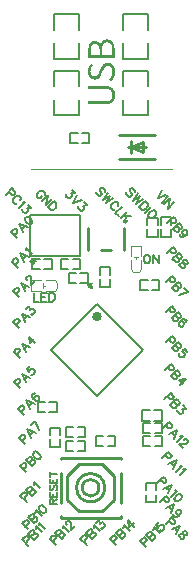
<source format=gto>
G04 Layer: TopSilkLayer*
G04 EasyEDA v6.3.22, 2020-03-24T16:05:03+09:00*
G04 334177c2c5fb4733a61f24cf9fce308a,67344a67363949849f01d11c0c7cf016,10*
G04 Gerber Generator version 0.2*
G04 Scale: 100 percent, Rotated: No, Reflected: No *
G04 Dimensions in inches *
G04 leading zeros omitted , absolute positions ,2 integer and 4 decimal *
%FSLAX24Y24*%
%MOIN*%
G90*
G70D02*

%ADD10C,0.002000*%
%ADD12C,0.006000*%
%ADD13C,0.010000*%
%ADD31C,0.007874*%
%ADD32C,0.003937*%
%ADD33C,0.007870*%
%ADD34C,0.008000*%
%ADD35C,0.011811*%
%ADD36C,0.015748*%
%ADD37C,0.005000*%

%LPD*%
G54D10*
G01X1150Y13110D02*
G01X5850Y13110D01*
G54D13*
G01X2146Y3493D02*
G01X4153Y3493D01*
G01X4153Y1486D02*
G01X2146Y1486D01*
G01X2146Y3493D02*
G01X2146Y3447D01*
G01X2146Y2989D02*
G01X2146Y1990D01*
G01X2146Y1532D02*
G01X2146Y1486D01*
G01X4153Y3493D02*
G01X4153Y3447D01*
G01X4153Y2989D02*
G01X4153Y1990D01*
G01X4153Y1532D02*
G01X4153Y1486D01*
G01X2756Y3277D02*
G01X3543Y3277D01*
G01X3543Y3277D01*
G01X3937Y2883D01*
G01X3937Y2096D01*
G01X3543Y1702D01*
G01X2756Y1702D01*
G01X2362Y2096D01*
G01X2362Y2883D01*
G01X2362Y2883D01*
G01X2756Y3277D01*
G54D31*
G01X4891Y7069D02*
G01X3359Y5538D01*
G01X1828Y7069D01*
G01X3359Y8601D01*
G01X4891Y7069D01*
G54D12*
G01X3720Y3880D02*
G01X3970Y3880D01*
G01X3970Y4219D01*
G01X3759Y4219D01*
G01X3720Y4219D01*
G01X3570Y4219D02*
G01X3330Y4219D01*
G01X3330Y3880D01*
G01X3540Y3880D01*
G01X3570Y3880D01*
G01X2570Y4509D02*
G01X2320Y4509D01*
G01X2320Y4169D01*
G01X2530Y4169D01*
G01X2570Y4169D01*
G01X2720Y4169D02*
G01X2959Y4169D01*
G01X2959Y4509D01*
G01X2750Y4509D01*
G01X2720Y4509D01*
G01X2570Y4050D02*
G01X2320Y4050D01*
G01X2320Y3709D01*
G01X2530Y3709D01*
G01X2570Y3709D01*
G01X2720Y3709D02*
G01X2959Y3709D01*
G01X2959Y4050D01*
G01X2750Y4050D01*
G01X2720Y4050D01*
G01X1800Y4100D02*
G01X1800Y3850D01*
G01X2140Y3850D01*
G01X2140Y4059D01*
G01X2140Y4100D01*
G01X2140Y4250D02*
G01X2140Y4490D01*
G01X1800Y4490D01*
G01X1800Y4280D01*
G01X1800Y4250D01*
G01X5820Y11253D02*
G01X5820Y11503D01*
G01X5480Y11503D01*
G01X5480Y11292D01*
G01X5480Y11253D01*
G01X5480Y11103D02*
G01X5480Y10863D01*
G01X5820Y10863D01*
G01X5820Y11073D01*
G01X5820Y11103D01*
G01X2803Y9319D02*
G01X3053Y9319D01*
G01X3053Y9659D01*
G01X2843Y9659D01*
G01X2803Y9659D01*
G01X2653Y9659D02*
G01X2413Y9659D01*
G01X2413Y9319D01*
G01X2623Y9319D01*
G01X2653Y9319D01*
G54D32*
G01X4482Y10228D02*
G01X4482Y10563D01*
G01X4837Y10228D02*
G01X4837Y10563D01*
G01X4482Y10071D02*
G01X4482Y9775D01*
G01X4837Y10071D02*
G01X4837Y9775D01*
G01X4482Y10563D02*
G01X4837Y10563D01*
G01X4561Y9697D02*
G01X4758Y9697D01*
G01X4482Y9775D02*
G01X4482Y9775D01*
G01X4561Y9697D01*
G01X4837Y9775D02*
G01X4758Y9697D01*
G01X4581Y10185D02*
G01X4738Y10185D01*
G01X4659Y10185D02*
G01X4659Y10112D01*
G01X1511Y9052D02*
G01X1176Y9052D01*
G01X1511Y9407D02*
G01X1176Y9407D01*
G01X1668Y9052D02*
G01X1964Y9052D01*
G01X1668Y9407D02*
G01X1964Y9407D01*
G01X1176Y9052D02*
G01X1176Y9407D01*
G01X2042Y9131D02*
G01X2042Y9328D01*
G01X1964Y9052D02*
G01X1964Y9052D01*
G01X2042Y9131D01*
G01X1964Y9407D02*
G01X2042Y9328D01*
G01X1554Y9151D02*
G01X1554Y9308D01*
G01X1554Y9229D02*
G01X1627Y9229D01*
G54D12*
G01X1457Y10119D02*
G01X1207Y10119D01*
G01X1207Y9780D01*
G01X1417Y9780D01*
G01X1457Y9780D01*
G01X1607Y9780D02*
G01X1847Y9780D01*
G01X1847Y10119D01*
G01X1636Y10119D01*
G01X1607Y10119D01*
G01X2553Y9780D02*
G01X2803Y9780D01*
G01X2803Y10119D01*
G01X2593Y10119D01*
G01X2553Y10119D01*
G01X2403Y10119D02*
G01X2163Y10119D01*
G01X2163Y9780D01*
G01X2373Y9780D01*
G01X2403Y9780D01*
G01X5050Y9430D02*
G01X4800Y9430D01*
G01X4800Y9090D01*
G01X5009Y9090D01*
G01X5050Y9090D01*
G01X5200Y9090D02*
G01X5440Y9090D01*
G01X5440Y9430D01*
G01X5230Y9430D01*
G01X5200Y9430D01*
G54D13*
G01X3049Y10425D02*
G01X3049Y11134D01*
G01X3817Y10425D02*
G01X3502Y10425D01*
G01X4270Y10425D02*
G01X4270Y11134D01*
G54D33*
G01X5057Y15868D02*
G01X5057Y16388D01*
G01X4242Y16388D01*
G01X4242Y15868D01*
G01X5057Y15422D02*
G01X5057Y14903D01*
G01X4242Y14903D01*
G01X4242Y15422D01*
G01X2757Y17758D02*
G01X2757Y18278D01*
G01X1942Y18278D01*
G01X1942Y17758D01*
G01X2757Y17312D02*
G01X2757Y16792D01*
G01X1942Y16792D01*
G01X1942Y17312D01*
G01X5057Y17758D02*
G01X5057Y18278D01*
G01X4242Y18278D01*
G01X4242Y17758D01*
G01X5057Y17312D02*
G01X5057Y16792D01*
G01X4242Y16792D01*
G01X4242Y17312D01*
G01X2757Y15868D02*
G01X2757Y16388D01*
G01X1942Y16388D01*
G01X1942Y15868D01*
G01X2757Y15422D02*
G01X2757Y14903D01*
G01X1942Y14903D01*
G01X1942Y15422D01*
G54D12*
G01X1776Y5009D02*
G01X2026Y5009D01*
G01X2026Y5350D01*
G01X1816Y5350D01*
G01X1776Y5350D01*
G01X1626Y5350D02*
G01X1386Y5350D01*
G01X1386Y5009D01*
G01X1596Y5009D01*
G01X1626Y5009D01*
G54D13*
G01X4500Y13850D02*
G01X4900Y14009D01*
G01X4900Y14009D02*
G01X4900Y13690D01*
G01X4900Y13690D02*
G01X4500Y13850D01*
G01X4109Y14243D02*
G01X5290Y14243D01*
G01X4109Y13456D02*
G01X5290Y13456D01*
G01X4500Y14050D02*
G01X4500Y13650D01*
G01X4400Y13850D02*
G01X5000Y13850D01*
G54D12*
G01X2714Y14319D02*
G01X2464Y14319D01*
G01X2464Y13980D01*
G01X2674Y13980D01*
G01X2714Y13980D01*
G01X2864Y13980D02*
G01X3104Y13980D01*
G01X3104Y14319D01*
G01X2894Y14319D01*
G01X2864Y14319D01*
G54D34*
G01X1143Y10230D02*
G01X2796Y10230D01*
G01X2796Y11569D01*
G01X1143Y11569D01*
G01X1143Y10230D01*
G54D12*
G01X5126Y5069D02*
G01X4876Y5069D01*
G01X4876Y4730D01*
G01X5086Y4730D01*
G01X5126Y4730D01*
G01X5276Y4730D02*
G01X5517Y4730D01*
G01X5517Y5069D01*
G01X5307Y5069D01*
G01X5276Y5069D01*
G01X4980Y2259D02*
G01X4980Y2009D01*
G01X5320Y2009D01*
G01X5320Y2219D01*
G01X5320Y2259D01*
G01X5320Y2409D02*
G01X5320Y2650D01*
G01X4980Y2650D01*
G01X4980Y2440D01*
G01X4980Y2409D01*
G01X5130Y4640D02*
G01X4880Y4640D01*
G01X4880Y4300D01*
G01X5090Y4300D01*
G01X5130Y4300D01*
G01X5280Y4300D02*
G01X5520Y4300D01*
G01X5520Y4640D01*
G01X5309Y4640D01*
G01X5280Y4640D01*
G01X5130Y4209D02*
G01X4880Y4209D01*
G01X4880Y3869D01*
G01X5090Y3869D01*
G01X5130Y3869D01*
G01X5280Y3869D02*
G01X5520Y3869D01*
G01X5520Y4209D01*
G01X5309Y4209D01*
G01X5280Y4209D01*
G01X5040Y11107D02*
G01X5040Y10857D01*
G01X5380Y10857D01*
G01X5380Y11067D01*
G01X5380Y11107D01*
G01X5380Y11257D02*
G01X5380Y11496D01*
G01X5040Y11496D01*
G01X5040Y11286D01*
G01X5040Y11257D01*
G01X3450Y9446D02*
G01X3450Y9196D01*
G01X3790Y9196D01*
G01X3790Y9407D01*
G01X3790Y9446D01*
G01X3790Y9596D02*
G01X3790Y9836D01*
G01X3450Y9836D01*
G01X3450Y9626D01*
G01X3450Y9596D01*
G01X875Y764D02*
G01X1078Y561D01*
G01X875Y764D02*
G01X962Y851D01*
G01X1001Y870D01*
G01X1020Y869D01*
G01X1049Y860D01*
G01X1078Y831D01*
G01X1087Y802D01*
G01X1088Y783D01*
G01X1068Y745D01*
G01X981Y658D01*
G01X1074Y962D02*
G01X1277Y760D01*
G01X1074Y962D02*
G01X1161Y1049D01*
G01X1200Y1069D01*
G01X1219Y1068D01*
G01X1248Y1059D01*
G01X1267Y1040D01*
G01X1276Y1011D01*
G01X1277Y991D01*
G01X1258Y953D01*
G01X1171Y866D02*
G01X1258Y953D01*
G01X1296Y972D01*
G01X1315Y972D01*
G01X1344Y962D01*
G01X1373Y933D01*
G01X1382Y904D01*
G01X1383Y885D01*
G01X1364Y846D01*
G01X1277Y760D01*
G01X1312Y1122D02*
G01X1321Y1151D01*
G01X1321Y1209D01*
G01X1524Y1006D01*
G01X1423Y1234D02*
G01X1432Y1263D01*
G01X1432Y1321D01*
G01X1635Y1118D01*

%LPD*%
G36*
G01X3718Y17434D02*
G01X3693Y17434D01*
G01X3663Y17433D01*
G01X3636Y17428D01*
G01X3612Y17421D01*
G01X3589Y17411D01*
G01X3568Y17398D01*
G01X3550Y17384D01*
G01X3533Y17366D01*
G01X3519Y17347D01*
G01X3506Y17326D01*
G01X3496Y17303D01*
G01X3488Y17278D01*
G01X3482Y17252D01*
G01X3476Y17252D01*
G01X3469Y17272D01*
G01X3459Y17290D01*
G01X3448Y17307D01*
G01X3434Y17323D01*
G01X3420Y17336D01*
G01X3404Y17348D01*
G01X3386Y17359D01*
G01X3368Y17367D01*
G01X3349Y17374D01*
G01X3328Y17379D01*
G01X3307Y17382D01*
G01X3263Y17382D01*
G01X3243Y17379D01*
G01X3223Y17375D01*
G01X3205Y17369D01*
G01X3188Y17361D01*
G01X3172Y17352D01*
G01X3158Y17341D01*
G01X3132Y17315D01*
G01X3122Y17300D01*
G01X3112Y17283D01*
G01X3103Y17265D01*
G01X3096Y17246D01*
G01X3089Y17226D01*
G01X3084Y17205D01*
G01X3079Y17182D01*
G01X3076Y17159D01*
G01X3073Y17134D01*
G01X3072Y17109D01*
G01X3072Y16828D01*
G01X3950Y16828D01*
G01X3950Y17102D01*
G01X3949Y17130D01*
G01X3947Y17159D01*
G01X3944Y17186D01*
G01X3939Y17212D01*
G01X3934Y17237D01*
G01X3918Y17283D01*
G01X3909Y17304D01*
G01X3898Y17323D01*
G01X3886Y17342D01*
G01X3872Y17359D01*
G01X3857Y17374D01*
G01X3841Y17388D01*
G01X3824Y17400D01*
G01X3805Y17410D01*
G01X3785Y17419D01*
G01X3764Y17426D01*
G01X3742Y17430D01*
G01X3718Y17434D01*
G37*

%LPC*%
G36*
G01X3320Y17283D02*
G01X3298Y17284D01*
G01X3272Y17283D01*
G01X3249Y17278D01*
G01X3229Y17271D01*
G01X3211Y17260D01*
G01X3196Y17247D01*
G01X3184Y17230D01*
G01X3173Y17211D01*
G01X3165Y17188D01*
G01X3158Y17163D01*
G01X3154Y17134D01*
G01X3151Y17103D01*
G01X3151Y16928D01*
G01X3448Y16928D01*
G01X3448Y17063D01*
G01X3446Y17100D01*
G01X3443Y17134D01*
G01X3437Y17164D01*
G01X3429Y17190D01*
G01X3419Y17213D01*
G01X3407Y17233D01*
G01X3394Y17249D01*
G01X3378Y17262D01*
G01X3360Y17272D01*
G01X3341Y17279D01*
G01X3320Y17283D01*
G37*
G36*
G01X3712Y17336D02*
G01X3690Y17338D01*
G01X3669Y17336D01*
G01X3650Y17333D01*
G01X3632Y17328D01*
G01X3616Y17321D01*
G01X3601Y17311D01*
G01X3588Y17300D01*
G01X3576Y17287D01*
G01X3565Y17272D01*
G01X3555Y17255D01*
G01X3547Y17236D01*
G01X3540Y17215D01*
G01X3534Y17193D01*
G01X3530Y17169D01*
G01X3527Y17143D01*
G01X3525Y17115D01*
G01X3525Y16928D01*
G01X3871Y16928D01*
G01X3871Y17086D01*
G01X3870Y17115D01*
G01X3868Y17142D01*
G01X3865Y17167D01*
G01X3860Y17192D01*
G01X3853Y17214D01*
G01X3846Y17234D01*
G01X3837Y17253D01*
G01X3826Y17271D01*
G01X3815Y17286D01*
G01X3801Y17299D01*
G01X3786Y17311D01*
G01X3770Y17320D01*
G01X3752Y17328D01*
G01X3733Y17333D01*
G01X3712Y17336D01*
G37*

%LPD*%
G36*
G01X3740Y16653D02*
G01X3720Y16653D01*
G01X3688Y16652D01*
G01X3660Y16647D01*
G01X3634Y16639D01*
G01X3610Y16628D01*
G01X3589Y16615D01*
G01X3569Y16600D01*
G01X3552Y16582D01*
G01X3536Y16563D01*
G01X3521Y16542D01*
G01X3507Y16519D01*
G01X3495Y16495D01*
G01X3484Y16471D01*
G01X3430Y16344D01*
G01X3419Y16318D01*
G01X3407Y16292D01*
G01X3393Y16268D01*
G01X3377Y16245D01*
G01X3358Y16226D01*
G01X3335Y16211D01*
G01X3309Y16201D01*
G01X3278Y16198D01*
G01X3257Y16199D01*
G01X3239Y16203D01*
G01X3222Y16210D01*
G01X3206Y16219D01*
G01X3192Y16230D01*
G01X3179Y16244D01*
G01X3169Y16260D01*
G01X3160Y16278D01*
G01X3153Y16298D01*
G01X3148Y16319D01*
G01X3145Y16343D01*
G01X3144Y16367D01*
G01X3145Y16398D01*
G01X3149Y16427D01*
G01X3156Y16455D01*
G01X3166Y16480D01*
G01X3178Y16505D01*
G01X3193Y16528D01*
G01X3209Y16550D01*
G01X3228Y16571D01*
G01X3163Y16623D01*
G01X3148Y16608D01*
G01X3133Y16591D01*
G01X3120Y16573D01*
G01X3107Y16554D01*
G01X3096Y16534D01*
G01X3086Y16513D01*
G01X3077Y16491D01*
G01X3069Y16468D01*
G01X3063Y16444D01*
G01X3059Y16419D01*
G01X3057Y16394D01*
G01X3055Y16367D01*
G01X3057Y16339D01*
G01X3060Y16311D01*
G01X3065Y16284D01*
G01X3073Y16259D01*
G01X3082Y16236D01*
G01X3093Y16213D01*
G01X3106Y16192D01*
G01X3120Y16173D01*
G01X3136Y16156D01*
G01X3153Y16141D01*
G01X3173Y16128D01*
G01X3193Y16117D01*
G01X3214Y16108D01*
G01X3236Y16102D01*
G01X3260Y16098D01*
G01X3284Y16096D01*
G01X3315Y16098D01*
G01X3344Y16104D01*
G01X3369Y16113D01*
G01X3392Y16125D01*
G01X3413Y16139D01*
G01X3432Y16155D01*
G01X3448Y16173D01*
G01X3463Y16193D01*
G01X3476Y16213D01*
G01X3488Y16234D01*
G01X3499Y16255D01*
G01X3507Y16276D01*
G01X3565Y16403D01*
G01X3583Y16443D01*
G01X3592Y16461D01*
G01X3602Y16479D01*
G01X3612Y16495D01*
G01X3624Y16509D01*
G01X3636Y16521D01*
G01X3651Y16532D01*
G01X3666Y16541D01*
G01X3684Y16547D01*
G01X3704Y16551D01*
G01X3726Y16553D01*
G01X3748Y16551D01*
G01X3769Y16546D01*
G01X3788Y16539D01*
G01X3806Y16529D01*
G01X3822Y16516D01*
G01X3836Y16501D01*
G01X3848Y16483D01*
G01X3858Y16463D01*
G01X3867Y16440D01*
G01X3873Y16415D01*
G01X3876Y16388D01*
G01X3878Y16359D01*
G01X3877Y16336D01*
G01X3874Y16313D01*
G01X3870Y16290D01*
G01X3864Y16268D01*
G01X3856Y16246D01*
G01X3847Y16225D01*
G01X3837Y16204D01*
G01X3825Y16184D01*
G01X3812Y16165D01*
G01X3798Y16147D01*
G01X3766Y16113D01*
G01X3834Y16053D01*
G01X3849Y16068D01*
G01X3863Y16083D01*
G01X3889Y16115D01*
G01X3900Y16132D01*
G01X3911Y16150D01*
G01X3921Y16168D01*
G01X3930Y16187D01*
G01X3938Y16207D01*
G01X3945Y16226D01*
G01X3951Y16247D01*
G01X3956Y16268D01*
G01X3960Y16290D01*
G01X3963Y16312D01*
G01X3965Y16334D01*
G01X3966Y16357D01*
G01X3965Y16384D01*
G01X3962Y16410D01*
G01X3959Y16435D01*
G01X3953Y16458D01*
G01X3947Y16480D01*
G01X3938Y16502D01*
G01X3929Y16522D01*
G01X3919Y16540D01*
G01X3907Y16558D01*
G01X3894Y16574D01*
G01X3866Y16602D01*
G01X3834Y16624D01*
G01X3816Y16633D01*
G01X3798Y16640D01*
G01X3779Y16646D01*
G01X3760Y16650D01*
G01X3740Y16653D01*
G37*

%LPD*%
G36*
G01X3594Y15890D02*
G01X3072Y15890D01*
G01X3072Y15796D01*
G01X3595Y15796D01*
G01X3626Y15795D01*
G01X3655Y15793D01*
G01X3682Y15789D01*
G01X3707Y15784D01*
G01X3730Y15778D01*
G01X3751Y15771D01*
G01X3770Y15763D01*
G01X3788Y15753D01*
G01X3803Y15743D01*
G01X3817Y15732D01*
G01X3829Y15719D01*
G01X3840Y15707D01*
G01X3849Y15693D01*
G01X3857Y15678D01*
G01X3864Y15663D01*
G01X3869Y15647D01*
G01X3873Y15631D01*
G01X3876Y15614D01*
G01X3878Y15580D01*
G01X3877Y15558D01*
G01X3874Y15537D01*
G01X3870Y15517D01*
G01X3864Y15497D01*
G01X3855Y15478D01*
G01X3845Y15461D01*
G01X3832Y15445D01*
G01X3817Y15430D01*
G01X3799Y15416D01*
G01X3779Y15404D01*
G01X3756Y15393D01*
G01X3730Y15384D01*
G01X3701Y15377D01*
G01X3669Y15372D01*
G01X3633Y15369D01*
G01X3595Y15367D01*
G01X3072Y15367D01*
G01X3072Y15269D01*
G01X3628Y15269D01*
G01X3659Y15271D01*
G01X3690Y15275D01*
G01X3718Y15280D01*
G01X3745Y15286D01*
G01X3769Y15293D01*
G01X3793Y15301D01*
G01X3814Y15311D01*
G01X3834Y15321D01*
G01X3852Y15333D01*
G01X3869Y15346D01*
G01X3884Y15359D01*
G01X3898Y15373D01*
G01X3910Y15389D01*
G01X3921Y15405D01*
G01X3931Y15422D01*
G01X3940Y15440D01*
G01X3947Y15458D01*
G01X3953Y15477D01*
G01X3957Y15496D01*
G01X3961Y15517D01*
G01X3963Y15537D01*
G01X3965Y15558D01*
G01X3966Y15580D01*
G01X3965Y15601D01*
G01X3963Y15622D01*
G01X3961Y15642D01*
G01X3953Y15682D01*
G01X3947Y15701D01*
G01X3940Y15719D01*
G01X3931Y15736D01*
G01X3921Y15753D01*
G01X3910Y15769D01*
G01X3898Y15784D01*
G01X3884Y15799D01*
G01X3869Y15813D01*
G01X3852Y15825D01*
G01X3834Y15837D01*
G01X3814Y15847D01*
G01X3793Y15857D01*
G01X3745Y15873D01*
G01X3718Y15878D01*
G01X3690Y15883D01*
G01X3659Y15887D01*
G01X3628Y15889D01*
G01X3594Y15890D01*
G37*

%LPD*%
G01X494Y11016D02*
G01X697Y10813D01*
G01X494Y11016D02*
G01X580Y11102D01*
G01X619Y11121D01*
G01X639Y11121D01*
G01X668Y11112D01*
G01X697Y11083D01*
G01X706Y11054D01*
G01X706Y11034D01*
G01X686Y10996D01*
G01X600Y10910D01*
G01X770Y11291D02*
G01X895Y11011D01*
G01X770Y11291D02*
G01X1050Y11166D01*
G01X857Y11108D02*
G01X953Y11204D01*
G01X968Y11490D02*
G01X949Y11451D01*
G01X958Y11402D01*
G01X997Y11345D01*
G01X1026Y11316D01*
G01X1084Y11277D01*
G01X1132Y11268D01*
G01X1171Y11287D01*
G01X1190Y11306D01*
G01X1209Y11345D01*
G01X1200Y11393D01*
G01X1161Y11451D01*
G01X1132Y11480D01*
G01X1074Y11518D01*
G01X1026Y11528D01*
G01X987Y11509D01*
G01X968Y11490D01*
G01X524Y10025D02*
G01X727Y9822D01*
G01X524Y10025D02*
G01X611Y10112D01*
G01X649Y10131D01*
G01X668Y10131D01*
G01X698Y10121D01*
G01X727Y10092D01*
G01X736Y10063D01*
G01X736Y10044D01*
G01X717Y10006D01*
G01X630Y9919D01*
G01X799Y10301D02*
G01X925Y10021D01*
G01X799Y10301D02*
G01X1079Y10175D01*
G01X886Y10118D02*
G01X983Y10214D01*
G01X979Y10403D02*
G01X988Y10432D01*
G01X988Y10490D01*
G01X1191Y10287D01*
G01X549Y9037D02*
G01X752Y8834D01*
G01X549Y9037D02*
G01X636Y9124D01*
G01X675Y9143D01*
G01X694Y9142D01*
G01X723Y9133D01*
G01X752Y9104D01*
G01X762Y9075D01*
G01X762Y9056D01*
G01X743Y9018D01*
G01X656Y8931D01*
G01X825Y9313D02*
G01X951Y9033D01*
G01X825Y9313D02*
G01X1105Y9187D01*
G01X912Y9129D02*
G01X1008Y9226D01*
G01X1025Y9414D02*
G01X1015Y9424D01*
G01X1005Y9453D01*
G01X1005Y9472D01*
G01X1014Y9501D01*
G01X1053Y9540D01*
G01X1082Y9550D01*
G01X1102Y9550D01*
G01X1130Y9540D01*
G01X1149Y9521D01*
G01X1159Y9492D01*
G01X1168Y9443D01*
G01X1169Y9250D01*
G01X1304Y9385D01*
G01X569Y8018D02*
G01X772Y7816D01*
G01X569Y8018D02*
G01X656Y8105D01*
G01X695Y8125D01*
G01X714Y8124D01*
G01X743Y8115D01*
G01X772Y8086D01*
G01X781Y8057D01*
G01X782Y8038D01*
G01X763Y7999D01*
G01X676Y7912D01*
G01X845Y8294D02*
G01X970Y8014D01*
G01X845Y8294D02*
G01X1125Y8168D01*
G01X932Y8110D02*
G01X1028Y8207D01*
G01X1005Y8453D02*
G01X1111Y8559D01*
G01X1131Y8425D01*
G01X1160Y8454D01*
G01X1188Y8464D01*
G01X1207Y8463D01*
G01X1246Y8444D01*
G01X1265Y8425D01*
G01X1284Y8386D01*
G01X1284Y8348D01*
G01X1265Y8309D01*
G01X1236Y8280D01*
G01X1197Y8261D01*
G01X1179Y8261D01*
G01X1150Y8270D01*
G01X580Y7017D02*
G01X782Y6814D01*
G01X580Y7017D02*
G01X666Y7104D01*
G01X705Y7123D01*
G01X724Y7122D01*
G01X753Y7113D01*
G01X782Y7084D01*
G01X792Y7055D01*
G01X792Y7036D01*
G01X773Y6998D01*
G01X686Y6911D01*
G01X855Y7293D02*
G01X981Y7013D01*
G01X855Y7293D02*
G01X1135Y7167D01*
G01X942Y7109D02*
G01X1038Y7206D01*
G01X1092Y7530D02*
G01X1131Y7298D01*
G01X1276Y7443D01*
G01X1092Y7530D02*
G01X1295Y7327D01*
G01X580Y6007D02*
G01X782Y5804D01*
G01X580Y6007D02*
G01X666Y6094D01*
G01X705Y6113D01*
G01X724Y6112D01*
G01X753Y6103D01*
G01X782Y6074D01*
G01X792Y6045D01*
G01X792Y6026D01*
G01X773Y5988D01*
G01X686Y5901D01*
G01X855Y6283D02*
G01X981Y6003D01*
G01X855Y6283D02*
G01X1135Y6157D01*
G01X942Y6100D02*
G01X1038Y6196D01*
G01X1112Y6540D02*
G01X1015Y6443D01*
G01X1093Y6346D01*
G01X1092Y6366D01*
G01X1112Y6404D01*
G01X1141Y6433D01*
G01X1179Y6453D01*
G01X1218Y6452D01*
G01X1257Y6433D01*
G01X1276Y6414D01*
G01X1295Y6375D01*
G01X1295Y6337D01*
G01X1276Y6298D01*
G01X1247Y6269D01*
G01X1208Y6250D01*
G01X1189Y6250D01*
G01X1160Y6259D01*
G01X730Y5127D02*
G01X932Y4924D01*
G01X730Y5127D02*
G01X816Y5214D01*
G01X855Y5233D01*
G01X874Y5232D01*
G01X903Y5223D01*
G01X932Y5194D01*
G01X942Y5165D01*
G01X942Y5146D01*
G01X923Y5108D01*
G01X836Y5021D01*
G01X1005Y5403D02*
G01X1131Y5123D01*
G01X1005Y5403D02*
G01X1285Y5277D01*
G01X1092Y5219D02*
G01X1188Y5316D01*
G01X1291Y5630D02*
G01X1262Y5640D01*
G01X1223Y5620D01*
G01X1204Y5601D01*
G01X1185Y5562D01*
G01X1195Y5514D01*
G01X1233Y5456D01*
G01X1281Y5408D01*
G01X1330Y5379D01*
G01X1368Y5379D01*
G01X1407Y5398D01*
G01X1417Y5408D01*
G01X1435Y5446D01*
G01X1436Y5485D01*
G01X1416Y5524D01*
G01X1406Y5533D01*
G01X1368Y5553D01*
G01X1329Y5553D01*
G01X1291Y5534D01*
G01X1281Y5524D01*
G01X1262Y5485D01*
G01X1262Y5447D01*
G01X1281Y5408D01*
G01X759Y4158D02*
G01X962Y3955D01*
G01X759Y4158D02*
G01X846Y4245D01*
G01X885Y4264D01*
G01X904Y4263D01*
G01X933Y4254D01*
G01X962Y4225D01*
G01X972Y4196D01*
G01X972Y4177D01*
G01X953Y4139D01*
G01X866Y4052D01*
G01X1035Y4434D02*
G01X1161Y4154D01*
G01X1035Y4434D02*
G01X1315Y4308D01*
G01X1122Y4251D02*
G01X1218Y4347D01*
G01X1311Y4709D02*
G01X1418Y4410D01*
G01X1176Y4574D02*
G01X1311Y4709D01*
G01X790Y3206D02*
G01X992Y3003D01*
G01X790Y3206D02*
G01X876Y3293D01*
G01X915Y3312D01*
G01X934Y3311D01*
G01X963Y3302D01*
G01X992Y3273D01*
G01X1002Y3244D01*
G01X1002Y3225D01*
G01X983Y3187D01*
G01X896Y3100D01*
G01X988Y3405D02*
G01X1191Y3202D01*
G01X988Y3405D02*
G01X1075Y3492D01*
G01X1114Y3511D01*
G01X1133Y3510D01*
G01X1162Y3501D01*
G01X1181Y3482D01*
G01X1190Y3453D01*
G01X1191Y3434D01*
G01X1172Y3395D01*
G01X1085Y3308D02*
G01X1172Y3395D01*
G01X1210Y3415D01*
G01X1229Y3414D01*
G01X1258Y3405D01*
G01X1287Y3376D01*
G01X1297Y3347D01*
G01X1297Y3328D01*
G01X1278Y3289D01*
G01X1191Y3202D01*
G01X1245Y3661D02*
G01X1226Y3622D01*
G01X1235Y3574D01*
G01X1274Y3516D01*
G01X1303Y3487D01*
G01X1360Y3448D01*
G01X1409Y3439D01*
G01X1448Y3458D01*
G01X1467Y3477D01*
G01X1486Y3516D01*
G01X1476Y3564D01*
G01X1438Y3622D01*
G01X1409Y3651D01*
G01X1351Y3690D01*
G01X1303Y3700D01*
G01X1264Y3680D01*
G01X1245Y3661D01*
G01X809Y2224D02*
G01X1012Y2022D01*
G01X809Y2224D02*
G01X896Y2311D01*
G01X935Y2331D01*
G01X954Y2330D01*
G01X983Y2321D01*
G01X1012Y2292D01*
G01X1022Y2262D01*
G01X1022Y2244D01*
G01X1003Y2205D01*
G01X916Y2118D01*
G01X1008Y2423D02*
G01X1210Y2220D01*
G01X1008Y2423D02*
G01X1095Y2510D01*
G01X1133Y2529D01*
G01X1152Y2529D01*
G01X1181Y2520D01*
G01X1201Y2500D01*
G01X1210Y2471D01*
G01X1211Y2452D01*
G01X1191Y2414D01*
G01X1104Y2327D02*
G01X1191Y2414D01*
G01X1230Y2433D01*
G01X1249Y2433D01*
G01X1278Y2423D01*
G01X1307Y2394D01*
G01X1317Y2365D01*
G01X1317Y2346D01*
G01X1297Y2307D01*
G01X1210Y2220D01*
G01X1245Y2583D02*
G01X1255Y2612D01*
G01X1255Y2669D01*
G01X1457Y2467D01*
G01X870Y1304D02*
G01X1072Y1101D01*
G01X870Y1304D02*
G01X956Y1390D01*
G01X995Y1410D01*
G01X1014Y1410D01*
G01X1043Y1400D01*
G01X1072Y1371D01*
G01X1081Y1342D01*
G01X1082Y1323D01*
G01X1063Y1284D01*
G01X976Y1197D01*
G01X1068Y1502D02*
G01X1270Y1300D01*
G01X1068Y1502D02*
G01X1155Y1589D01*
G01X1193Y1609D01*
G01X1212Y1608D01*
G01X1241Y1599D01*
G01X1261Y1580D01*
G01X1270Y1550D01*
G01X1270Y1532D01*
G01X1251Y1493D01*
G01X1164Y1406D02*
G01X1251Y1493D01*
G01X1290Y1512D01*
G01X1309Y1512D01*
G01X1338Y1502D01*
G01X1367Y1474D01*
G01X1376Y1444D01*
G01X1376Y1426D01*
G01X1357Y1387D01*
G01X1270Y1300D01*
G01X1305Y1663D02*
G01X1315Y1691D01*
G01X1315Y1749D01*
G01X1517Y1547D01*
G01X1437Y1871D02*
G01X1417Y1832D01*
G01X1427Y1784D01*
G01X1465Y1726D01*
G01X1494Y1697D01*
G01X1552Y1659D01*
G01X1600Y1649D01*
G01X1639Y1668D01*
G01X1658Y1687D01*
G01X1677Y1726D01*
G01X1667Y1774D01*
G01X1629Y1832D01*
G01X1600Y1861D01*
G01X1542Y1900D01*
G01X1494Y1909D01*
G01X1456Y1890D01*
G01X1437Y1871D01*
G01X1779Y784D02*
G01X1982Y581D01*
G01X1779Y784D02*
G01X1866Y870D01*
G01X1905Y890D01*
G01X1924Y890D01*
G01X1953Y880D01*
G01X1982Y851D01*
G01X1992Y822D01*
G01X1992Y803D01*
G01X1973Y764D01*
G01X1886Y677D01*
G01X1978Y982D02*
G01X2180Y780D01*
G01X1978Y982D02*
G01X2065Y1069D01*
G01X2103Y1088D01*
G01X2122Y1088D01*
G01X2152Y1078D01*
G01X2171Y1059D01*
G01X2180Y1030D01*
G01X2180Y1010D01*
G01X2161Y973D01*
G01X2074Y886D02*
G01X2161Y973D01*
G01X2200Y991D01*
G01X2219Y991D01*
G01X2248Y982D01*
G01X2277Y953D01*
G01X2286Y924D01*
G01X2286Y904D01*
G01X2267Y867D01*
G01X2180Y780D01*
G01X2216Y1142D02*
G01X2225Y1171D01*
G01X2225Y1229D01*
G01X2427Y1027D01*
G01X2347Y1254D02*
G01X2337Y1264D01*
G01X2327Y1293D01*
G01X2328Y1312D01*
G01X2337Y1341D01*
G01X2376Y1380D01*
G01X2405Y1389D01*
G01X2424Y1390D01*
G01X2453Y1379D01*
G01X2472Y1360D01*
G01X2482Y1332D01*
G01X2491Y1283D01*
G01X2491Y1090D01*
G01X2626Y1225D01*
G01X2809Y795D02*
G01X3012Y592D01*
G01X2809Y795D02*
G01X2896Y882D01*
G01X2935Y901D01*
G01X2954Y901D01*
G01X2983Y891D01*
G01X3012Y862D01*
G01X3022Y833D01*
G01X3022Y814D01*
G01X3003Y776D01*
G01X2916Y689D01*
G01X3008Y994D02*
G01X3211Y791D01*
G01X3008Y994D02*
G01X3095Y1081D01*
G01X3134Y1100D01*
G01X3153Y1099D01*
G01X3182Y1090D01*
G01X3201Y1071D01*
G01X3211Y1041D01*
G01X3211Y1023D01*
G01X3192Y984D01*
G01X3105Y897D02*
G01X3192Y984D01*
G01X3230Y1004D01*
G01X3249Y1003D01*
G01X3278Y994D01*
G01X3307Y965D01*
G01X3317Y935D01*
G01X3317Y917D01*
G01X3298Y878D01*
G01X3211Y791D01*
G01X3246Y1154D02*
G01X3255Y1183D01*
G01X3255Y1241D01*
G01X3458Y1038D01*
G01X3338Y1323D02*
G01X3444Y1429D01*
G01X3464Y1294D01*
G01X3493Y1323D01*
G01X3522Y1333D01*
G01X3541Y1333D01*
G01X3580Y1314D01*
G01X3599Y1294D01*
G01X3618Y1256D01*
G01X3618Y1217D01*
G01X3599Y1178D01*
G01X3570Y1149D01*
G01X3531Y1130D01*
G01X3512Y1130D01*
G01X3483Y1140D01*
G01X3800Y794D02*
G01X4002Y591D01*
G01X3800Y794D02*
G01X3886Y881D01*
G01X3925Y900D01*
G01X3944Y900D01*
G01X3973Y890D01*
G01X4002Y861D01*
G01X4012Y832D01*
G01X4012Y813D01*
G01X3993Y775D01*
G01X3906Y688D01*
G01X3998Y993D02*
G01X4201Y790D01*
G01X3998Y993D02*
G01X4085Y1080D01*
G01X4123Y1098D01*
G01X4143Y1098D01*
G01X4172Y1089D01*
G01X4191Y1070D01*
G01X4200Y1041D01*
G01X4200Y1021D01*
G01X4182Y983D01*
G01X4095Y896D02*
G01X4182Y983D01*
G01X4220Y1002D01*
G01X4239Y1002D01*
G01X4268Y993D01*
G01X4297Y964D01*
G01X4307Y935D01*
G01X4307Y915D01*
G01X4288Y877D01*
G01X4201Y790D01*
G01X4236Y1153D02*
G01X4245Y1182D01*
G01X4245Y1240D01*
G01X4448Y1037D01*
G01X4405Y1400D02*
G01X4444Y1168D01*
G01X4588Y1313D01*
G01X4405Y1400D02*
G01X4608Y1197D01*
G01X4800Y725D02*
G01X5002Y523D01*
G01X4800Y725D02*
G01X4886Y811D01*
G01X4925Y830D01*
G01X4944Y831D01*
G01X4973Y821D01*
G01X5002Y793D01*
G01X5012Y763D01*
G01X5011Y744D01*
G01X4992Y705D01*
G01X4906Y619D01*
G01X4998Y924D02*
G01X5200Y722D01*
G01X4998Y924D02*
G01X5084Y1010D01*
G01X5123Y1029D01*
G01X5142Y1030D01*
G01X5172Y1020D01*
G01X5191Y1001D01*
G01X5200Y972D01*
G01X5200Y952D01*
G01X5181Y914D01*
G01X5094Y828D02*
G01X5181Y914D01*
G01X5220Y933D01*
G01X5239Y933D01*
G01X5268Y924D01*
G01X5297Y895D01*
G01X5306Y866D01*
G01X5306Y846D01*
G01X5287Y808D01*
G01X5200Y722D01*
G01X5236Y1084D02*
G01X5245Y1113D01*
G01X5245Y1171D01*
G01X5447Y968D01*
G01X5424Y1350D02*
G01X5328Y1253D01*
G01X5405Y1156D01*
G01X5405Y1176D01*
G01X5424Y1215D01*
G01X5453Y1244D01*
G01X5492Y1263D01*
G01X5530Y1263D01*
G01X5569Y1244D01*
G01X5589Y1224D01*
G01X5607Y1186D01*
G01X5608Y1147D01*
G01X5588Y1109D01*
G01X5559Y1080D01*
G01X5521Y1060D01*
G01X5501Y1060D01*
G01X5473Y1070D01*
G01X5852Y1500D02*
G01X5650Y1297D01*
G01X5852Y1500D02*
G01X5939Y1413D01*
G01X5959Y1374D01*
G01X5958Y1355D01*
G01X5949Y1326D01*
G01X5920Y1297D01*
G01X5891Y1287D01*
G01X5872Y1287D01*
G01X5833Y1306D01*
G01X5746Y1393D01*
G01X6128Y1224D02*
G01X5848Y1098D01*
G01X6128Y1224D02*
G01X6002Y944D01*
G01X5945Y1137D02*
G01X6041Y1041D01*
G01X6317Y1035D02*
G01X6278Y1054D01*
G01X6250Y1044D01*
G01X6230Y1024D01*
G01X6220Y996D01*
G01X6231Y967D01*
G01X6259Y919D01*
G01X6278Y880D01*
G01X6278Y842D01*
G01X6269Y813D01*
G01X6240Y784D01*
G01X6211Y775D01*
G01X6192Y774D01*
G01X6153Y793D01*
G01X6114Y832D01*
G01X6095Y871D01*
G01X6096Y890D01*
G01X6105Y919D01*
G01X6134Y948D01*
G01X6163Y957D01*
G01X6201Y957D01*
G01X6240Y938D01*
G01X6288Y910D01*
G01X6317Y899D01*
G01X6345Y909D01*
G01X6365Y929D01*
G01X6375Y957D01*
G01X6356Y996D01*
G01X6317Y1035D01*
G01X5666Y2215D02*
G01X5463Y2012D01*
G01X5666Y2215D02*
G01X5753Y2128D01*
G01X5772Y2090D01*
G01X5771Y2070D01*
G01X5762Y2041D01*
G01X5733Y2012D01*
G01X5704Y2003D01*
G01X5685Y2003D01*
G01X5646Y2022D01*
G01X5559Y2109D01*
G01X5941Y1940D02*
G01X5661Y1814D01*
G01X5941Y1940D02*
G01X5815Y1660D01*
G01X5758Y1853D02*
G01X5854Y1756D01*
G01X6139Y1606D02*
G01X6101Y1586D01*
G01X6062Y1587D01*
G01X6023Y1606D01*
G01X6014Y1615D01*
G01X5995Y1654D01*
G01X5995Y1692D01*
G01X6014Y1731D01*
G01X6024Y1741D01*
G01X6063Y1760D01*
G01X6101Y1760D01*
G01X6140Y1741D01*
G01X6149Y1732D01*
G01X6168Y1693D01*
G01X6169Y1654D01*
G01X6139Y1606D01*
G01X6091Y1558D01*
G01X6034Y1519D01*
G01X5985Y1510D01*
G01X5946Y1529D01*
G01X5927Y1548D01*
G01X5908Y1587D01*
G01X5918Y1615D01*
G01X5572Y2860D02*
G01X5369Y2657D01*
G01X5572Y2860D02*
G01X5659Y2773D01*
G01X5678Y2734D01*
G01X5678Y2715D01*
G01X5669Y2686D01*
G01X5640Y2657D01*
G01X5611Y2647D01*
G01X5592Y2647D01*
G01X5553Y2666D01*
G01X5466Y2753D01*
G01X5848Y2584D02*
G01X5568Y2458D01*
G01X5848Y2584D02*
G01X5722Y2304D01*
G01X5665Y2497D02*
G01X5761Y2401D01*
G01X5950Y2404D02*
G01X5979Y2395D01*
G01X6037Y2395D01*
G01X5834Y2192D01*
G01X6159Y2273D02*
G01X6120Y2292D01*
G01X6072Y2283D01*
G01X6014Y2244D01*
G01X5985Y2215D01*
G01X5946Y2157D01*
G01X5937Y2109D01*
G01X5956Y2070D01*
G01X5975Y2051D01*
G01X6014Y2032D01*
G01X6062Y2042D01*
G01X6120Y2080D01*
G01X6149Y2109D01*
G01X6187Y2167D01*
G01X6197Y2215D01*
G01X6178Y2254D01*
G01X6159Y2273D01*
G01X5742Y3680D02*
G01X5539Y3477D01*
G01X5742Y3680D02*
G01X5829Y3593D01*
G01X5849Y3554D01*
G01X5848Y3535D01*
G01X5839Y3506D01*
G01X5810Y3477D01*
G01X5781Y3467D01*
G01X5762Y3467D01*
G01X5723Y3486D01*
G01X5636Y3573D01*
G01X6018Y3404D02*
G01X5738Y3278D01*
G01X6018Y3404D02*
G01X5892Y3124D01*
G01X5835Y3317D02*
G01X5931Y3221D01*
G01X6120Y3224D02*
G01X6149Y3215D01*
G01X6207Y3215D01*
G01X6004Y3012D01*
G01X6232Y3112D02*
G01X6261Y3103D01*
G01X6319Y3103D01*
G01X6116Y2900D01*
G01X5762Y4680D02*
G01X5559Y4477D01*
G01X5762Y4680D02*
G01X5849Y4593D01*
G01X5869Y4554D01*
G01X5868Y4535D01*
G01X5859Y4506D01*
G01X5830Y4477D01*
G01X5801Y4467D01*
G01X5782Y4467D01*
G01X5743Y4486D01*
G01X5656Y4573D01*
G01X6038Y4404D02*
G01X5758Y4278D01*
G01X6038Y4404D02*
G01X5912Y4124D01*
G01X5855Y4317D02*
G01X5951Y4221D01*
G01X6140Y4224D02*
G01X6169Y4215D01*
G01X6227Y4215D01*
G01X6024Y4012D01*
G01X6252Y4093D02*
G01X6262Y4103D01*
G01X6291Y4112D01*
G01X6310Y4112D01*
G01X6339Y4103D01*
G01X6378Y4064D01*
G01X6387Y4035D01*
G01X6387Y4016D01*
G01X6378Y3987D01*
G01X6359Y3967D01*
G01X6330Y3958D01*
G01X6281Y3948D01*
G01X6088Y3948D01*
G01X6223Y3813D01*
G01X5812Y5650D02*
G01X5609Y5447D01*
G01X5812Y5650D02*
G01X5899Y5563D01*
G01X5918Y5524D01*
G01X5918Y5505D01*
G01X5909Y5476D01*
G01X5880Y5447D01*
G01X5851Y5437D01*
G01X5832Y5437D01*
G01X5793Y5456D01*
G01X5706Y5543D01*
G01X6011Y5451D02*
G01X5808Y5248D01*
G01X6011Y5451D02*
G01X6098Y5364D01*
G01X6116Y5326D01*
G01X6116Y5306D01*
G01X6107Y5277D01*
G01X6088Y5258D01*
G01X6059Y5249D01*
G01X6039Y5249D01*
G01X6001Y5267D01*
G01X5914Y5354D02*
G01X6001Y5267D01*
G01X6020Y5229D01*
G01X6020Y5210D01*
G01X6011Y5181D01*
G01X5982Y5152D01*
G01X5953Y5142D01*
G01X5933Y5142D01*
G01X5895Y5161D01*
G01X5808Y5248D01*
G01X6229Y5233D02*
G01X6335Y5127D01*
G01X6200Y5108D01*
G01X6229Y5079D01*
G01X6238Y5050D01*
G01X6238Y5030D01*
G01X6219Y4991D01*
G01X6200Y4972D01*
G01X6161Y4953D01*
G01X6123Y4953D01*
G01X6084Y4972D01*
G01X6055Y5001D01*
G01X6036Y5040D01*
G01X6036Y5060D01*
G01X6046Y5088D01*
G01X5822Y6619D02*
G01X5620Y6417D01*
G01X5822Y6619D02*
G01X5909Y6533D01*
G01X5928Y6494D01*
G01X5928Y6475D01*
G01X5919Y6446D01*
G01X5890Y6417D01*
G01X5861Y6407D01*
G01X5842Y6407D01*
G01X5803Y6426D01*
G01X5716Y6513D01*
G01X6021Y6421D02*
G01X5818Y6218D01*
G01X6021Y6421D02*
G01X6108Y6334D01*
G01X6127Y6295D01*
G01X6126Y6276D01*
G01X6117Y6247D01*
G01X6098Y6228D01*
G01X6069Y6219D01*
G01X6050Y6218D01*
G01X6011Y6237D01*
G01X5924Y6324D02*
G01X6011Y6237D01*
G01X6031Y6199D01*
G01X6030Y6180D01*
G01X6021Y6151D01*
G01X5992Y6122D01*
G01X5963Y6112D01*
G01X5944Y6112D01*
G01X5905Y6131D01*
G01X5818Y6218D01*
G01X6316Y6126D02*
G01X6085Y6087D01*
G01X6229Y5943D01*
G01X6316Y6126D02*
G01X6113Y5923D01*
G01X5862Y7539D02*
G01X5660Y7337D01*
G01X5862Y7539D02*
G01X5949Y7453D01*
G01X5969Y7414D01*
G01X5968Y7395D01*
G01X5959Y7366D01*
G01X5930Y7337D01*
G01X5901Y7327D01*
G01X5882Y7327D01*
G01X5843Y7346D01*
G01X5756Y7433D01*
G01X6061Y7341D02*
G01X5858Y7138D01*
G01X6061Y7341D02*
G01X6148Y7254D01*
G01X6167Y7215D01*
G01X6167Y7196D01*
G01X6157Y7167D01*
G01X6138Y7148D01*
G01X6109Y7139D01*
G01X6090Y7138D01*
G01X6051Y7157D01*
G01X5964Y7244D02*
G01X6051Y7157D01*
G01X6071Y7119D01*
G01X6070Y7100D01*
G01X6061Y7071D01*
G01X6032Y7042D01*
G01X6003Y7032D01*
G01X5984Y7032D01*
G01X5945Y7051D01*
G01X5858Y7138D01*
G01X6375Y7027D02*
G01X6279Y7123D01*
G01X6182Y7046D01*
G01X6202Y7046D01*
G01X6240Y7026D01*
G01X6269Y6997D01*
G01X6289Y6959D01*
G01X6288Y6920D01*
G01X6269Y6881D01*
G01X6250Y6862D01*
G01X6211Y6843D01*
G01X6173Y6843D01*
G01X6134Y6862D01*
G01X6105Y6891D01*
G01X6086Y6930D01*
G01X6086Y6950D01*
G01X6096Y6978D01*
G01X5852Y8550D02*
G01X5650Y8347D01*
G01X5852Y8550D02*
G01X5939Y8463D01*
G01X5959Y8424D01*
G01X5958Y8405D01*
G01X5949Y8376D01*
G01X5920Y8347D01*
G01X5891Y8337D01*
G01X5872Y8337D01*
G01X5833Y8356D01*
G01X5746Y8443D01*
G01X6051Y8351D02*
G01X5848Y8148D01*
G01X6051Y8351D02*
G01X6138Y8264D01*
G01X6157Y8225D01*
G01X6157Y8206D01*
G01X6147Y8177D01*
G01X6128Y8158D01*
G01X6099Y8149D01*
G01X6080Y8148D01*
G01X6041Y8167D01*
G01X5954Y8254D02*
G01X6041Y8167D01*
G01X6061Y8129D01*
G01X6060Y8110D01*
G01X6051Y8081D01*
G01X6022Y8052D01*
G01X5993Y8043D01*
G01X5974Y8042D01*
G01X5935Y8061D01*
G01X5848Y8148D01*
G01X6336Y8008D02*
G01X6346Y8036D01*
G01X6327Y8075D01*
G01X6308Y8094D01*
G01X6269Y8113D01*
G01X6220Y8104D01*
G01X6163Y8065D01*
G01X6115Y8017D01*
G01X6085Y7969D01*
G01X6086Y7930D01*
G01X6105Y7891D01*
G01X6114Y7882D01*
G01X6153Y7863D01*
G01X6191Y7863D01*
G01X6230Y7882D01*
G01X6240Y7892D01*
G01X6259Y7931D01*
G01X6259Y7969D01*
G01X6240Y8008D01*
G01X6231Y8017D01*
G01X6192Y8036D01*
G01X6153Y8037D01*
G01X6115Y8017D01*
G01X5862Y9550D02*
G01X5659Y9347D01*
G01X5862Y9550D02*
G01X5949Y9463D01*
G01X5969Y9424D01*
G01X5968Y9405D01*
G01X5959Y9376D01*
G01X5930Y9347D01*
G01X5901Y9337D01*
G01X5882Y9337D01*
G01X5843Y9356D01*
G01X5756Y9443D01*
G01X6061Y9351D02*
G01X5858Y9148D01*
G01X6061Y9351D02*
G01X6148Y9264D01*
G01X6167Y9226D01*
G01X6167Y9206D01*
G01X6157Y9177D01*
G01X6138Y9158D01*
G01X6109Y9149D01*
G01X6089Y9149D01*
G01X6051Y9167D01*
G01X5964Y9254D02*
G01X6051Y9167D01*
G01X6070Y9129D01*
G01X6070Y9110D01*
G01X6061Y9081D01*
G01X6032Y9052D01*
G01X6003Y9043D01*
G01X5983Y9043D01*
G01X5945Y9061D01*
G01X5858Y9148D01*
G01X6395Y9017D02*
G01X6095Y8911D01*
G01X6260Y9152D02*
G01X6395Y9017D01*
G01X5882Y10519D02*
G01X5680Y10317D01*
G01X5882Y10519D02*
G01X5969Y10433D01*
G01X5989Y10394D01*
G01X5988Y10375D01*
G01X5979Y10346D01*
G01X5950Y10317D01*
G01X5921Y10307D01*
G01X5902Y10307D01*
G01X5863Y10326D01*
G01X5776Y10413D01*
G01X6081Y10321D02*
G01X5878Y10118D01*
G01X6081Y10321D02*
G01X6168Y10234D01*
G01X6187Y10195D01*
G01X6186Y10176D01*
G01X6177Y10147D01*
G01X6158Y10128D01*
G01X6129Y10119D01*
G01X6110Y10118D01*
G01X6071Y10137D01*
G01X5984Y10224D02*
G01X6071Y10137D01*
G01X6091Y10099D01*
G01X6090Y10080D01*
G01X6081Y10051D01*
G01X6052Y10022D01*
G01X6023Y10013D01*
G01X6004Y10012D01*
G01X5965Y10031D01*
G01X5878Y10118D01*
G01X6328Y10074D02*
G01X6289Y10093D01*
G01X6260Y10084D01*
G01X6240Y10064D01*
G01X6231Y10035D01*
G01X6241Y10007D01*
G01X6270Y9958D01*
G01X6289Y9919D01*
G01X6289Y9881D01*
G01X6280Y9852D01*
G01X6251Y9823D01*
G01X6222Y9814D01*
G01X6202Y9814D01*
G01X6164Y9832D01*
G01X6125Y9871D01*
G01X6106Y9910D01*
G01X6106Y9930D01*
G01X6116Y9958D01*
G01X6145Y9987D01*
G01X6173Y9997D01*
G01X6212Y9996D01*
G01X6251Y9977D01*
G01X6299Y9949D01*
G01X6327Y9939D01*
G01X6356Y9948D01*
G01X6376Y9968D01*
G01X6385Y9997D01*
G01X6367Y10035D01*
G01X6328Y10074D01*
G01X5892Y11519D02*
G01X5690Y11317D01*
G01X5892Y11519D02*
G01X5979Y11432D01*
G01X5999Y11394D01*
G01X5998Y11375D01*
G01X5989Y11346D01*
G01X5960Y11317D01*
G01X5931Y11307D01*
G01X5912Y11307D01*
G01X5873Y11326D01*
G01X5786Y11413D01*
G01X6091Y11321D02*
G01X5888Y11118D01*
G01X6091Y11321D02*
G01X6178Y11234D01*
G01X6197Y11195D01*
G01X6197Y11176D01*
G01X6187Y11147D01*
G01X6168Y11128D01*
G01X6139Y11119D01*
G01X6120Y11118D01*
G01X6081Y11137D01*
G01X5994Y11224D02*
G01X6081Y11137D01*
G01X6101Y11099D01*
G01X6100Y11080D01*
G01X6091Y11051D01*
G01X6062Y11022D01*
G01X6033Y11012D01*
G01X6014Y11012D01*
G01X5975Y11031D01*
G01X5888Y11118D01*
G01X6347Y10929D02*
G01X6308Y10910D01*
G01X6270Y10910D01*
G01X6231Y10929D01*
G01X6222Y10938D01*
G01X6203Y10977D01*
G01X6202Y11016D01*
G01X6222Y11054D01*
G01X6232Y11064D01*
G01X6270Y11084D01*
G01X6309Y11083D01*
G01X6348Y11064D01*
G01X6357Y11055D01*
G01X6376Y11016D01*
G01X6376Y10978D01*
G01X6347Y10929D01*
G01X6299Y10881D01*
G01X6241Y10843D01*
G01X6193Y10833D01*
G01X6154Y10852D01*
G01X6135Y10871D01*
G01X6116Y10910D01*
G01X6125Y10939D01*
G01X2515Y12426D02*
G01X2621Y12320D01*
G01X2485Y12300D01*
G01X2514Y12271D01*
G01X2524Y12243D01*
G01X2524Y12223D01*
G01X2505Y12184D01*
G01X2486Y12165D01*
G01X2447Y12146D01*
G01X2409Y12146D01*
G01X2370Y12165D01*
G01X2341Y12194D01*
G01X2322Y12233D01*
G01X2321Y12252D01*
G01X2332Y12281D01*
G01X2694Y12247D02*
G01X2569Y11967D01*
G01X2849Y12092D02*
G01X2569Y11967D01*
G01X2931Y12010D02*
G01X3037Y11904D01*
G01X2902Y11884D01*
G01X2931Y11855D01*
G01X2941Y11827D01*
G01X2941Y11807D01*
G01X2921Y11768D01*
G01X2902Y11749D01*
G01X2863Y11730D01*
G01X2825Y11730D01*
G01X2786Y11749D01*
G01X2757Y11778D01*
G01X2738Y11817D01*
G01X2738Y11836D01*
G01X2748Y11865D01*
G01X3621Y12361D02*
G01X3621Y12400D01*
G01X3602Y12438D01*
G01X3563Y12477D01*
G01X3525Y12496D01*
G01X3486Y12496D01*
G01X3467Y12477D01*
G01X3457Y12448D01*
G01X3457Y12429D01*
G01X3467Y12400D01*
G01X3505Y12322D01*
G01X3515Y12294D01*
G01X3515Y12274D01*
G01X3505Y12246D01*
G01X3476Y12217D01*
G01X3438Y12217D01*
G01X3399Y12236D01*
G01X3361Y12274D01*
G01X3342Y12313D01*
G01X3342Y12351D01*
G01X3713Y12327D02*
G01X3560Y12076D01*
G01X3810Y12230D02*
G01X3560Y12076D01*
G01X3810Y12230D02*
G01X3656Y11980D01*
G01X3906Y12134D02*
G01X3656Y11980D01*
G01X4067Y11877D02*
G01X4076Y11906D01*
G01X4077Y11945D01*
G01X4067Y11973D01*
G01X4028Y12012D01*
G01X4000Y12022D01*
G01X3960Y12022D01*
G01X3932Y12012D01*
G01X3893Y11993D01*
G01X3845Y11945D01*
G01X3826Y11906D01*
G01X3816Y11878D01*
G01X3816Y11839D01*
G01X3826Y11810D01*
G01X3865Y11771D01*
G01X3894Y11762D01*
G01X3932Y11762D01*
G01X3961Y11771D01*
G01X4179Y11861D02*
G01X3976Y11659D01*
G01X3976Y11659D02*
G01X4092Y11544D01*
G01X4357Y11683D02*
G01X4155Y11480D01*
G01X4492Y11547D02*
G01X4222Y11547D01*
G01X4320Y11547D02*
G01X4290Y11345D01*
G01X4622Y12341D02*
G01X4622Y12380D01*
G01X4602Y12419D01*
G01X4564Y12457D01*
G01X4525Y12476D01*
G01X4486Y12476D01*
G01X4467Y12457D01*
G01X4457Y12428D01*
G01X4457Y12409D01*
G01X4467Y12380D01*
G01X4506Y12303D01*
G01X4515Y12274D01*
G01X4515Y12254D01*
G01X4506Y12225D01*
G01X4477Y12196D01*
G01X4438Y12196D01*
G01X4399Y12216D01*
G01X4361Y12254D01*
G01X4341Y12293D01*
G01X4341Y12332D01*
G01X4714Y12307D02*
G01X4559Y12056D01*
G01X4810Y12211D02*
G01X4559Y12056D01*
G01X4810Y12211D02*
G01X4655Y11960D01*
G01X4907Y12114D02*
G01X4655Y11960D01*
G01X4971Y12050D02*
G01X4768Y11847D01*
G01X4971Y12050D02*
G01X5038Y11983D01*
G01X5057Y11944D01*
G01X5057Y11906D01*
G01X5047Y11876D01*
G01X5029Y11838D01*
G01X4980Y11789D01*
G01X4941Y11770D01*
G01X4912Y11761D01*
G01X4874Y11761D01*
G01X4835Y11780D01*
G01X4768Y11847D01*
G01X5170Y11851D02*
G01X4967Y11648D01*
G01X5290Y11730D02*
G01X5261Y11740D01*
G01X5223Y11740D01*
G01X5194Y11730D01*
G01X5156Y11711D01*
G01X5107Y11662D01*
G01X5087Y11624D01*
G01X5078Y11595D01*
G01X5078Y11557D01*
G01X5087Y11528D01*
G01X5126Y11489D01*
G01X5155Y11479D01*
G01X5194Y11479D01*
G01X5223Y11489D01*
G01X5261Y11508D01*
G01X5310Y11557D01*
G01X5329Y11595D01*
G01X5339Y11624D01*
G01X5339Y11663D01*
G01X5329Y11692D01*
G01X5290Y11730D01*
G01X5515Y12415D02*
G01X5390Y12135D01*
G01X5670Y12261D02*
G01X5390Y12135D01*
G01X5733Y12198D02*
G01X5530Y11995D01*
G01X5797Y12134D02*
G01X5594Y11931D01*
G01X5797Y12134D02*
G01X5729Y11796D01*
G01X5932Y11999D02*
G01X5729Y11796D01*
G01X1612Y12252D02*
G01X1621Y12281D01*
G01X1622Y12320D01*
G01X1611Y12349D01*
G01X1573Y12387D01*
G01X1545Y12397D01*
G01X1505Y12397D01*
G01X1477Y12387D01*
G01X1438Y12368D01*
G01X1390Y12320D01*
G01X1371Y12281D01*
G01X1361Y12253D01*
G01X1361Y12213D01*
G01X1371Y12185D01*
G01X1409Y12147D01*
G01X1438Y12136D01*
G01X1477Y12137D01*
G01X1506Y12146D01*
G01X1535Y12175D01*
G01X1486Y12224D02*
G01X1535Y12175D01*
G01X1724Y12236D02*
G01X1521Y12034D01*
G01X1724Y12236D02*
G01X1656Y11900D01*
G01X1858Y12102D02*
G01X1656Y11900D01*
G01X1922Y12038D02*
G01X1719Y11836D01*
G01X1922Y12038D02*
G01X1990Y11971D01*
G01X2009Y11932D01*
G01X2009Y11894D01*
G01X1999Y11865D01*
G01X1980Y11826D01*
G01X1932Y11778D01*
G01X1893Y11758D01*
G01X1864Y11749D01*
G01X1825Y11749D01*
G01X1787Y11768D01*
G01X1719Y11836D01*
G01X515Y12465D02*
G01X312Y12263D01*
G01X515Y12465D02*
G01X602Y12378D01*
G01X621Y12340D01*
G01X621Y12320D01*
G01X612Y12292D01*
G01X583Y12263D01*
G01X554Y12253D01*
G01X534Y12253D01*
G01X496Y12272D01*
G01X409Y12359D01*
G01X810Y12074D02*
G01X820Y12103D01*
G01X820Y12141D01*
G01X810Y12170D01*
G01X771Y12209D01*
G01X743Y12219D01*
G01X705Y12219D01*
G01X675Y12209D01*
G01X636Y12190D01*
G01X588Y12141D01*
G01X569Y12103D01*
G01X560Y12074D01*
G01X560Y12035D01*
G01X569Y12006D01*
G01X608Y11967D01*
G01X637Y11958D01*
G01X675Y11958D01*
G01X704Y11967D01*
G01X884Y12020D02*
G01X913Y12011D01*
G01X970Y12010D01*
G01X768Y11808D01*
G01X1053Y11927D02*
G01X1159Y11821D01*
G01X1024Y11801D01*
G01X1053Y11773D01*
G01X1063Y11744D01*
G01X1063Y11725D01*
G01X1044Y11686D01*
G01X1024Y11667D01*
G01X986Y11648D01*
G01X947Y11648D01*
G01X908Y11667D01*
G01X880Y11696D01*
G01X860Y11735D01*
G01X860Y11753D01*
G01X870Y11783D01*
G01X1250Y8983D02*
G01X1250Y8696D01*
G01X1250Y8696D02*
G01X1413Y8696D01*
G01X1503Y8983D02*
G01X1503Y8696D01*
G01X1503Y8983D02*
G01X1680Y8983D01*
G01X1503Y8846D02*
G01X1613Y8846D01*
G01X1503Y8696D02*
G01X1680Y8696D01*
G01X1771Y8983D02*
G01X1771Y8696D01*
G01X1771Y8983D02*
G01X1866Y8983D01*
G01X1907Y8969D01*
G01X1934Y8942D01*
G01X1948Y8914D01*
G01X1961Y8874D01*
G01X1961Y8805D01*
G01X1948Y8764D01*
G01X1934Y8737D01*
G01X1907Y8710D01*
G01X1866Y8696D01*
G01X1771Y8696D01*
G01X5001Y10253D02*
G01X4975Y10240D01*
G01X4947Y10213D01*
G01X4934Y10184D01*
G01X4920Y10144D01*
G01X4920Y10076D01*
G01X4934Y10034D01*
G01X4947Y10007D01*
G01X4975Y9980D01*
G01X5001Y9967D01*
G01X5055Y9967D01*
G01X5084Y9980D01*
G01X5111Y10007D01*
G01X5125Y10034D01*
G01X5138Y10076D01*
G01X5138Y10144D01*
G01X5125Y10184D01*
G01X5111Y10213D01*
G01X5084Y10240D01*
G01X5055Y10253D01*
G01X5001Y10253D01*
G01X5228Y10253D02*
G01X5228Y9967D01*
G01X5228Y10253D02*
G01X5419Y9967D01*
G01X5419Y10253D02*
G01X5419Y9967D01*
G54D37*
G01X1788Y1950D02*
G01X2026Y1950D01*
G01X1788Y1950D02*
G01X1788Y2051D01*
G01X1799Y2086D01*
G01X1809Y2098D01*
G01X1832Y2109D01*
G01X1855Y2109D01*
G01X1878Y2098D01*
G01X1890Y2086D01*
G01X1901Y2051D01*
G01X1901Y1950D01*
G01X1901Y2030D02*
G01X2026Y2109D01*
G01X1788Y2184D02*
G01X2026Y2184D01*
G01X1788Y2184D02*
G01X1788Y2332D01*
G01X1901Y2184D02*
G01X1901Y2275D01*
G01X2026Y2184D02*
G01X2026Y2332D01*
G01X1822Y2565D02*
G01X1799Y2542D01*
G01X1788Y2509D01*
G01X1788Y2463D01*
G01X1799Y2430D01*
G01X1822Y2407D01*
G01X1845Y2407D01*
G01X1867Y2417D01*
G01X1878Y2430D01*
G01X1890Y2451D01*
G01X1913Y2519D01*
G01X1924Y2542D01*
G01X1934Y2555D01*
G01X1957Y2565D01*
G01X1992Y2565D01*
G01X2015Y2542D01*
G01X2026Y2509D01*
G01X2026Y2463D01*
G01X2015Y2430D01*
G01X1992Y2407D01*
G01X1788Y2640D02*
G01X2026Y2640D01*
G01X1788Y2640D02*
G01X1788Y2788D01*
G01X1901Y2640D02*
G01X1901Y2732D01*
G01X2026Y2640D02*
G01X2026Y2788D01*
G01X1788Y2942D02*
G01X2026Y2942D01*
G01X1788Y2863D02*
G01X1788Y3023D01*
G54D35*
G75*
G01X3172Y9179D02*
G03X3171Y9178I-42J41D01*
G01*
G54D36*
G75*
G01X3415Y8142D02*
G03X3414Y8141I-56J55D01*
G01*
G54D35*
G75*
G01X1222Y10093D02*
G03X1223Y10093I0J-59D01*
G01*
G54D13*
G75*
G01X3622Y2490D02*
G03X3622Y2490I-472J0D01*
G01*
G75*
G01X3428Y2490D02*
G03X3428Y2490I-278J0D01*
G01*
G75*
G01X4360Y11380D02*
G03X4360Y11380I-50J0D01*
G01*
M00*
M02*

</source>
